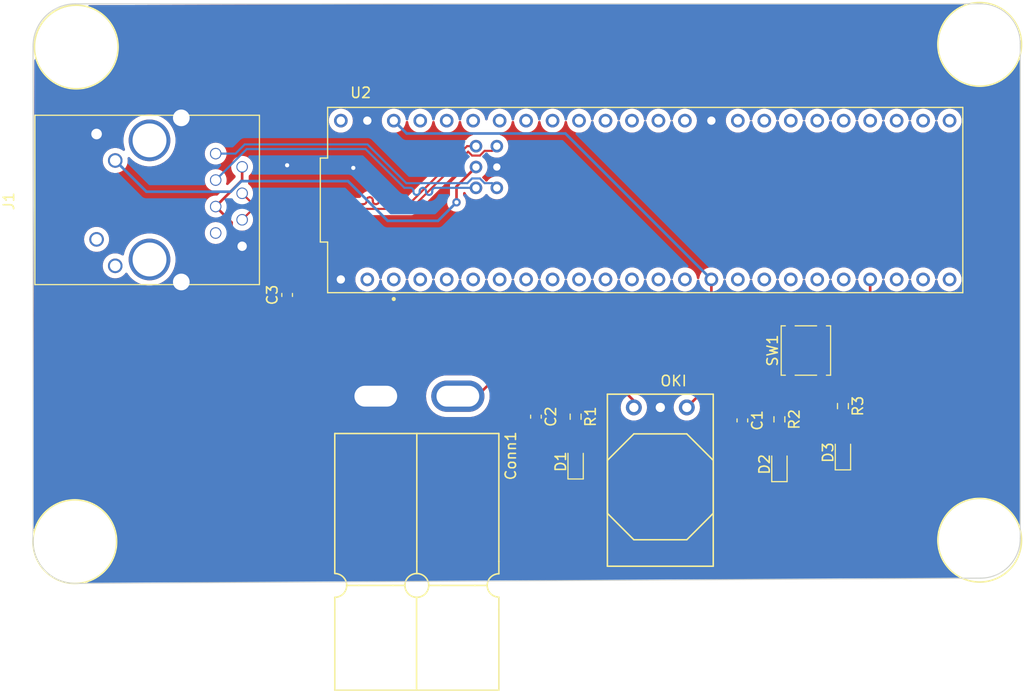
<source format=kicad_pcb>
(kicad_pcb (version 20221018) (generator pcbnew)
  (layers (0 "F.Cu" signal) (31 "B.Cu" signal) (34 "B.Paste" user) (35 "F.Paste" user) (36 "B.SilkS" user "B.Silkscreen") (37 "F.SilkS" user "F.Silkscreen") (38 "B.Mask" user) (39 "F.Mask" user) (44 "Edge.Cuts" user))
  (net 0 "")
  (net 1 "+3V3")
  (net 2 "GND")
  (net 3 "PV")
  (net 4 "Net-(C3-Pad2)")
  (net 5 "Net-(D1-A)")
  (net 6 "Net-(D2-A)")
  (net 7 "Net-(D3-A)")
  (net 9 "Net-(J1-Pad10)")
  (net 11 "/T+")
  (net 12 "/T-")
  (net 14 "/R+")
  (net 15 "/R-")
  (net 16 "Test_Button")
  (footprint "MRDT_Drill_Holes:4_40_Hole_Corner" (layer "F.Cu") (at 168.0097 115.1777 90)
    (fp_text reference "REF**" hide)
    (fp_text value "4_40_Hole" hide)
    (fp_circle (center 4.00812 -4.00812) (end 4.00812 0.00508) (stroke (width 0.15)) (fill none) (layer "F.SilkS"))
    (pad "" np_thru_hole circle (at 4.00812 -4.00812 90) (size 2.9464 2.9464) (drill 2.9464) (layers "F&B.Cu" "*.Mask") (clearance 2.5))
  )
  (footprint "Button_Switch_SMD:SW_SPST_TL3305A" (layer "F.Cu") (at 147.32 92.964 90)
    (fp_text reference "SW1" (at 0 -3.2 90) (layer "F.SilkS"))
    (fp_text value "SW_Push")
    (fp_line (start -2.37 -2.37) (end -2.37 -1.97) (stroke (width 0.12)) (layer "F.SilkS"))
    (fp_line (start -2.37 -2.37) (end 2.37 -2.37) (stroke (width 0.12)) (layer "F.SilkS"))
    (fp_line (start -2.37 1.03) (end -2.37 -1.03) (stroke (width 0.12)) (layer "F.SilkS"))
    (fp_line (start -2.37 2.37) (end -2.37 1.97) (stroke (width 0.12)) (layer "F.SilkS"))
    (fp_line (start -2.37 2.37) (end 2.37 2.37) (stroke (width 0.12)) (layer "F.SilkS"))
    (fp_line (start 2.37 -2.37) (end 2.37 -1.97) (stroke (width 0.12)) (layer "F.SilkS"))
    (fp_line (start 2.37 1.03) (end 2.37 -1.03) (stroke (width 0.12)) (layer "F.SilkS"))
    (fp_line (start 2.37 2.37) (end 2.37 1.97) (stroke (width 0.12)) (layer "F.SilkS"))
    (pad "1" smd rect (at -3.6 -1.5 90) (size 1.6 1.4) (layers "F.Cu" "F.Paste" "F.Mask") (net 1 "+3V3"))
    (pad "1" smd rect (at 3.6 -1.5 90) (size 1.6 1.4) (layers "F.Cu" "F.Paste" "F.Mask") (net 1 "+3V3"))
    (pad "2" smd rect (at -3.6 1.5 90) (size 1.6 1.4) (layers "F.Cu" "F.Paste" "F.Mask") (net 16 "Test_Button"))
    (pad "2" smd rect (at 3.6 1.5 90) (size 1.6 1.4) (layers "F.Cu" "F.Paste" "F.Mask") (net 16 "Test_Button"))
  )
  (footprint "Resistor_SMD:R_0603_1608Metric_Pad0.98x0.95mm_HandSolder" (layer "F.Cu") (at 150.876 98.298 -90)
    (fp_text reference "R3" (at 0 -1.43 90) (layer "F.SilkS"))
    (fp_text value "120")
    (fp_line (start -0.254724 -0.5225) (end 0.254724 -0.5225) (stroke (width 0.12)) (layer "F.SilkS"))
    (fp_line (start -0.254724 0.5225) (end 0.254724 0.5225) (stroke (width 0.12)) (layer "F.SilkS"))
    (pad "1" smd roundrect (at -0.9125 0 270) (size 0.975 0.95) (layers "F.Cu" "F.Paste" "F.Mask") (net 16 "Test_Button"))
    (pad "2" smd roundrect (at 0.9125 0 270) (size 0.975 0.95) (layers "F.Cu" "F.Paste" "F.Mask") (net 7 "Net-(D3-A)"))
  )
  (footprint "MRDT_Connectors:RJ45_Teensy" (layer "F.Cu") (at 71.328 78.636 -90)
    (fp_text reference "J1" (at 0 0.5 90) (layer "F.SilkS"))
    (fp_text value "RJ45_LED_Shielded")
    (fp_line (start -8.25 -23.55) (end 8 -23.55) (stroke (width 0.12)) (layer "F.SilkS"))
    (fp_line (start -8.25 -2) (end -8.25 -23.55) (stroke (width 0.12)) (layer "F.SilkS"))
    (fp_line (start -8.25 -2) (end 8 -2) (stroke (width 0.12)) (layer "F.SilkS"))
    (fp_line (start 8 -2) (end 8 -23.55) (stroke (width 0.12)) (layer "F.SilkS"))
    (pad "1" thru_hole circle (at -4.57 -19.35 270) (size 1.1 1.1) (drill 0.9) (layers "*.Cu" "*.Mask") (net 11 "/T+"))
    (pad "2" thru_hole circle (at -3.3 -21.89 270) (size 1.1 1.1) (drill 0.9) (layers "*.Cu" "*.Mask") (net 4 "Net-(C3-Pad2)"))
    (pad "3" thru_hole circle (at -2.03 -19.35 270) (size 1.1 1.1) (drill 0.9) (layers "*.Cu" "*.Mask") (net 12 "/T-"))
    (pad "4" thru_hole circle (at -0.76 -21.89 270) (size 1.1 1.1) (drill 0.9) (layers "*.Cu" "*.Mask") (net 14 "/R+"))
    (pad "5" thru_hole circle (at 0.51 -19.35 270) (size 1.1 1.1) (drill 0.9) (layers "*.Cu" "*.Mask") (net 4 "Net-(C3-Pad2)"))
    (pad "6" thru_hole circle (at 1.78 -21.89 270) (size 1.1 1.1) (drill 0.9) (layers "*.Cu" "*.Mask") (net 15 "/R-"))
    (pad "7" thru_hole circle (at 3.05 -19.35 270) (size 1.1 1.1) (drill 0.9) (layers "*.Cu" "*.Mask"))
    (pad "8" thru_hole circle (at 4.32 -21.89 270) (size 1.1 1.1) (drill 0.9) (layers "*.Cu" "*.Mask") (net 2 "GND"))
    (pad "9" thru_hole circle (at -6.45 -7.92 270) (size 1.4 1.4) (drill 1.02) (layers "*.Cu" "*.Mask") (net 2 "GND"))
    (pad "10" thru_hole circle (at -3.91 -9.71 270) (size 1.4 1.4) (drill 1.02) (layers "*.Cu" "*.Mask") (net 9 "Net-(J1-Pad10)"))
    (pad "11" thru_hole circle (at 3.66 -7.92 270) (size 1.4 1.4) (drill 1.02) (layers "*.Cu" "*.Mask"))
    (pad "12" thru_hole circle (at 6.2 -9.71 270) (size 1.4 1.4) (drill 1.02) (layers "*.Cu" "*.Mask"))
    (pad "13" thru_hole circle (at -5.84 -13 270) (size 4 4) (drill 3.25) (layers "*.Cu" "*.Mask"))
    (pad "14" thru_hole circle (at 5.59 -13 270) (size 4 4) (drill 3.25) (layers "*.Cu" "*.Mask"))
    (pad "SH" thru_hole circle (at -8 -16.05 270) (size 2 2) (drill 1.6) (layers "*.Cu" "*.Mask") (net 2 "GND"))
    (pad "SH" thru_hole circle (at 7.75 -16.05 270) (size 2 2) (drill 1.6) (layers "*.Cu" "*.Mask") (net 2 "GND"))
  )
  (footprint "Capacitor_SMD:C_0603_1608Metric_Pad1.08x0.95mm_HandSolder" (layer "F.Cu") (at 97.536 87.63 90)
    (fp_text reference "C3" (at 0 -1.43 90) (layer "F.SilkS"))
    (fp_text value "0.1uF")
    (fp_line (start -0.146267 -0.51) (end 0.146267 -0.51) (stroke (width 0.12)) (layer "F.SilkS"))
    (fp_line (start -0.146267 0.51) (end 0.146267 0.51) (stroke (width 0.12)) (layer "F.SilkS"))
    (pad "1" smd roundrect (at -0.8625 0 90) (size 1.075 0.95) (layers "F.Cu" "F.Paste" "F.Mask") (net 2 "GND"))
    (pad "2" smd roundrect (at 0.8625 0 90) (size 1.075 0.95) (layers "F.Cu" "F.Paste" "F.Mask") (net 4 "Net-(C3-Pad2)"))
  )
  (footprint "Resistor_SMD:R_0603_1608Metric_Pad0.98x0.95mm_HandSolder" (layer "F.Cu") (at 144.78 99.568 -90)
    (fp_text reference "R2" (at 0 -1.43 90) (layer "F.SilkS"))
    (fp_text value "120")
    (fp_line (start -0.254724 -0.5225) (end 0.254724 -0.5225) (stroke (width 0.12)) (layer "F.SilkS"))
    (fp_line (start -0.254724 0.5225) (end 0.254724 0.5225) (stroke (width 0.12)) (layer "F.SilkS"))
    (pad "1" smd roundrect (at -0.9125 0 270) (size 0.975 0.95) (layers "F.Cu" "F.Paste" "F.Mask") (net 1 "+3V3"))
    (pad "2" smd roundrect (at 0.9125 0 270) (size 0.975 0.95) (layers "F.Cu" "F.Paste" "F.Mask") (net 6 "Net-(D2-A)"))
  )
  (footprint "Capacitor_SMD:C_0603_1608Metric_Pad1.08x0.95mm_HandSolder" (layer "F.Cu") (at 141.224 99.6685 -90)
    (fp_text reference "C1" (at 0 -1.43 90) (layer "F.SilkS"))
    (fp_text value "10uF")
    (fp_line (start -0.146267 -0.51) (end 0.146267 -0.51) (stroke (width 0.12)) (layer "F.SilkS"))
    (fp_line (start -0.146267 0.51) (end 0.146267 0.51) (stroke (width 0.12)) (layer "F.SilkS"))
    (pad "1" smd roundrect (at -0.8625 0 270) (size 1.075 0.95) (layers "F.Cu" "F.Paste" "F.Mask") (net 1 "+3V3"))
    (pad "2" smd roundrect (at 0.8625 0 270) (size 1.075 0.95) (layers "F.Cu" "F.Paste" "F.Mask") (net 2 "GND"))
  )
  (footprint "LED_SMD:LED_0603_1608Metric_Pad1.05x0.95mm_HandSolder" (layer "F.Cu") (at 125.222 103.632 90)
    (fp_text reference "D1" (at 0 -1.43 90) (layer "F.SilkS"))
    (fp_text value "Green")
    (fp_line (start -1.66 -0.735) (end -1.66 0.735) (stroke (width 0.12)) (layer "F.SilkS"))
    (fp_line (start -1.66 0.735) (end 0.8 0.735) (stroke (width 0.12)) (layer "F.SilkS"))
    (fp_line (start 0.8 -0.735) (end -1.66 -0.735) (stroke (width 0.12)) (layer "F.SilkS"))
    (pad "1" smd roundrect (at -0.875 0 90) (size 1.05 0.95) (layers "F.Cu" "F.Paste" "F.Mask") (net 2 "GND"))
    (pad "2" smd roundrect (at 0.875 0 90) (size 1.05 0.95) (layers "F.Cu" "F.Paste" "F.Mask") (net 5 "Net-(D1-A)"))
  )
  (footprint "Resistor_SMD:R_0603_1608Metric_Pad0.98x0.95mm_HandSolder" (layer "F.Cu") (at 125.222 99.314 -90)
    (fp_text reference "R1" (at 0 -1.43 90) (layer "F.SilkS"))
    (fp_text value "3k")
    (fp_line (start -0.254724 -0.5225) (end 0.254724 -0.5225) (stroke (width 0.12)) (layer "F.SilkS"))
    (fp_line (start -0.254724 0.5225) (end 0.254724 0.5225) (stroke (width 0.12)) (layer "F.SilkS"))
    (pad "1" smd roundrect (at -0.9125 0 270) (size 0.975 0.95) (layers "F.Cu" "F.Paste" "F.Mask") (net 3 "PV"))
    (pad "2" smd roundrect (at 0.9125 0 270) (size 0.975 0.95) (layers "F.Cu" "F.Paste" "F.Mask") (net 5 "Net-(D1-A)"))
  )
  (footprint "LED_SMD:LED_0603_1608Metric_Pad1.05x0.95mm_HandSolder" (layer "F.Cu") (at 144.78 103.886 90)
    (fp_text reference "D2" (at 0 -1.43 90) (layer "F.SilkS"))
    (fp_text value "Green")
    (fp_line (start -1.66 -0.735) (end -1.66 0.735) (stroke (width 0.12)) (layer "F.SilkS"))
    (fp_line (start -1.66 0.735) (end 0.8 0.735) (stroke (width 0.12)) (layer "F.SilkS"))
    (fp_line (start 0.8 -0.735) (end -1.66 -0.735) (stroke (width 0.12)) (layer "F.SilkS"))
    (pad "1" smd roundrect (at -0.875 0 90) (size 1.05 0.95) (layers "F.Cu" "F.Paste" "F.Mask") (net 2 "GND"))
    (pad "2" smd roundrect (at 0.875 0 90) (size 1.05 0.95) (layers "F.Cu" "F.Paste" "F.Mask") (net 6 "Net-(D2-A)"))
  )
  (footprint "MRDT_Shields:Teensy_4_1_Ethernet" (layer "F.Cu") (at 131.9 78.522)
    (fp_text reference "U2" (at -27.305 -10.295) (layer "F.SilkS"))
    (fp_text value "Teensy4.1_DEV-16771")
    (fp_line (start -31.18 4.03) (end -31.18 -4.03) (stroke (width 0.127)) (layer "F.SilkS"))
    (fp_line (start -30.48 -8.89) (end -30.48 -4.03) (stroke (width 0.127)) (layer "F.SilkS"))
    (fp_line (start -30.48 -8.89) (end 30.48 -8.89) (stroke (width 0.127)) (layer "F.SilkS"))
    (fp_line (start -30.48 -4.03) (end -31.18 -4.03) (stroke (width 0.127)) (layer "F.SilkS"))
    (fp_line (start -30.48 4.03) (end -31.18 4.03) (stroke (width 0.127)) (layer "F.SilkS"))
    (fp_line (start -30.48 8.89) (end -30.48 4.03) (stroke (width 0.127)) (layer "F.SilkS"))
    (fp_line (start 30.48 -8.89) (end 30.48 8.89) (stroke (width 0.127)) (layer "F.SilkS"))
    (fp_line (start 30.48 8.89) (end -30.48 8.89) (stroke (width 0.127)) (layer "F.SilkS"))
    (fp_circle (center -24.13 9.5) (end -24.03 9.5) (stroke (width 0.2)) (fill none) (layer "F.SilkS"))
    (pad "0" thru_hole circle (at -26.67 7.62) (size 1.308 1.308) (drill 0.8) (layers "*.Cu" "*.Mask"))
    (pad "1" thru_hole circle (at -24.13 7.62) (size 1.308 1.308) (drill 0.8) (layers "*.Cu" "*.Mask"))
    (pad "2" thru_hole circle (at -21.59 7.62) (size 1.308 1.308) (drill 0.8) (layers "*.Cu" "*.Mask"))
    (pad "3" thru_hole circle (at -19.05 7.62) (size 1.308 1.308) (drill 0.8) (layers "*.Cu" "*.Mask"))
    (pad "3.3V_1" thru_hole circle (at 6.35 7.62) (size 1.308 1.308) (drill 0.8) (layers "*.Cu" "*.Mask") (net 1 "+3V3"))
    (pad "3.3V_2" thru_hole circle (at -24.13 -7.62) (size 1.308 1.308) (drill 0.8) (layers "*.Cu" "*.Mask") (net 1 "+3V3"))
    (pad "4" thru_hole circle (at -16.51 7.62) (size 1.308 1.308) (drill 0.8) (layers "*.Cu" "*.Mask"))
    (pad "5" thru_hole circle (at -13.97 7.62) (size 1.308 1.308) (drill 0.8) (layers "*.Cu" "*.Mask"))
    (pad "6" thru_hole circle (at -11.43 7.62) (size 1.308 1.308) (drill 0.8) (layers "*.Cu" "*.Mask"))
    (pad "7" thru_hole circle (at -8.89 7.62) (size 1.308 1.308) (drill 0.8) (layers "*.Cu" "*.Mask"))
    (pad "8" thru_hole circle (at -6.35 7.62) (size 1.308 1.308) (drill 0.8) (layers "*.Cu" "*.Mask"))
    (pad "9" thru_hole circle (at -3.81 7.62) (size 1.308 1.308) (drill 0.8) (layers "*.Cu" "*.Mask"))
    (pad "10" thru_hole circle (at -1.27 7.62) (size 1.308 1.308) (drill 0.8) (layers "*.Cu" "*.Mask"))
    (pad "11" thru_hole circle (at 1.27 7.62) (size 1.308 1.308) (drill 0.8) (layers "*.Cu" "*.Mask"))
    (pad "12" thru_hole circle (at 3.81 7.62) (size 1.308 1.308) (drill 0.8) (layers "*.Cu" "*.Mask"))
    (pad "13" thru_hole circle (at 3.81 -7.62) (size 1.308 1.308) (drill 0.8) (layers "*.Cu" "*.Mask"))
    (pad "14" thru_hole circle (at 1.27 -7.62) (size 1.308 1.308) (drill 0.8) (layers "*.Cu" "*.Mask"))
    (pad "15" thru_hole circle (at -1.27 -7.62) (size 1.308 1.308) (drill 0.8) (layers "*.Cu" "*.Mask"))
    (pad "16" thru_hole circle (at -3.81 -7.62) (size 1.308 1.308) (drill 0.8) (layers "*.Cu" "*.Mask"))
    (pad "17" thru_hole circle (at -6.35 -7.62) (size 1.308 1.308) (drill 0.8) (layers "*.Cu" "*.Mask"))
    (pad "18" thru_hole circle (at -8.89 -7.62) (size 1.308 1.308) (drill 0.8) (layers "*.Cu" "*.Mask"))
    (pad "19" thru_hole circle (at -11.43 -7.62) (size 1.308 1.308) (drill 0.8) (layers "*.Cu" "*.Mask"))
    (pad "20" thru_hole circle (at -13.97 -7.62) (size 1.308 1.308) (drill 0.8) (layers "*.Cu" "*.Mask"))
    (pad "21" thru_hole circle (at -16.51 -7.62) (size 1.308 1.308) (drill 0.8) (layers "*.Cu" "*.Mask"))
    (pad "22" thru_hole circle (at -19.05 -7.62) (size 1.308 1.308) (drill 0.8) (layers "*.Cu" "*.Mask"))
    (pad "23" thru_hole circle (at -21.59 -7.62) (size 1.308 1.308) (drill 0.8) (layers "*.Cu" "*.Mask"))
    (pad "24" thru_hole circle (at 8.89 7.62) (size 1.308 1.308) (drill 0.8) (layers "*.Cu" "*.Mask"))
    (pad "25" thru_hole circle (at 11.43 7.62) (size 1.308 1.308) (drill 0.8) (layers "*.Cu" "*.Mask"))
    (pad "26" thru_hole circle (at 13.97 7.62) (size 1.308 1.308) (drill 0.8) (layers "*.Cu" "*.Mask"))
    (pad "27" thru_hole circle (at 16.51 7.62) (size 1.308 1.308) (drill 0.8) (layers "*.Cu" "*.Mask"))
    (pad "28" thru_hole circle (at 19.05 7.62) (size 1.308 1.308) (drill 0.8) (layers "*.Cu" "*.Mask"))
    (pad "29" thru_hole circle (at 21.59 7.62) (size 1.308 1.308) (drill 0.8) (layers "*.Cu" "*.Mask") (net 16 "Test_Button"))
    (pad "30" thru_hole circle (at 24.13 7.62) (size 1.308 1.308) (drill 0.8) (layers "*.Cu" "*.Mask"))
    (pad "31" thru_hole circle (at 26.67 7.62) (size 1.308 1.308) (drill 0.8) (layers "*.Cu" "*.Mask"))
    (pad "32" thru_hole circle (at 29.21 7.62) (size 1.308 1.308) (drill 0.8) (layers "*.Cu" "*.Mask"))
    (pad "33" thru_hole circle (at 29.21 -7.62) (size 1.308 1.308) (drill 0.8) (layers "*.Cu" "*.Mask"))
    (pad "34" thru_hole circle (at 26.67 -7.62) (size 1.308 1.308) (drill 0.8) (layers "*.Cu" "*.Mask"))
    (pad "35" thru_hole circle (at 24.13 -7.62) (size 1.308 1.308) (drill 0.8) (layers "*.Cu" "*.Mask"))
    (pad "36" thru_hole circle (at 21.59 -7.62) (size 1.308 1.308) (drill 0.8) (layers "*.Cu" "*.Mask"))
    (pad "37" thru_hole circle (at 19.05 -7.62) (size 1.308 1.308) (drill 0.8) (layers "*.Cu" "*.Mask"))
    (pad "38" thru_hole circle (at 16.51 -7.62) (size 1.308 1.308) (drill 0.8) (layers "*.Cu" "*.Mask"))
    (pad "39" thru_hole circle (at 13.97 -7.62) (size 1.308 1.308) (drill 0.8) (layers "*.Cu" "*.Mask"))
    (pad "40" thru_hole circle (at 11.43 -7.62) (size 1.308 1.308) (drill 0.8) (layers "*.Cu" "*.Mask"))
    (pad "41" thru_hole circle (at 8.89 -7.62) (size 1.308 1.308) (drill 0.8) (layers "*.Cu" "*.Mask"))
    (pad "GND1" thru_hole circle (at -29.21 7.62) (size 1.308 1.308) (drill 0.8) (layers "*.Cu" "*.Mask") (net 2 "GND"))
    (pad "GND2" thru_hole circle (at 6.35 -7.62) (size 1.308 1.308) (drill 0.8) (layers "*.Cu" "*.Mask") (net 2 "GND"))
    (pad "GND3" thru_hole circle (at -26.67 -7.62) (size 1.308 1.308) (drill 0.8) (layers "*.Cu" "*.Mask") (net 2 "GND"))
    (pad "GND5" thru_hole circle (at -14.24 -3.17) (size 1.208 1.208) (drill 0.7) (layers "*.Cu" "*.Mask") (net 2 "GND"))
    (pad "LED" thru_hole circle (at -16.24 -3.17) (size 1.208 1.208) (drill 0.7) (layers "*.Cu" "*.Mask") (net 9 "Net-(J1-Pad10)"))
    (pad "R+" thru_hole circle (at -16.24 -5.17) (size 1.208 1.208) (drill 0.7) (layers "*.Cu" "*.Mask") (net 14 "/R+"))
    (pad "R-" thru_hole circle (at -14.24 -5.17) (size 1.208 1.208) (drill 0.7) (layers "*.Cu" "*.Mask") (net 15 "/R-"))
    (pad "T+" thru_hole circle (at -14.24 -1.17) (size 1.208 1.208) (drill 0.7) (layers "*.Cu" "*.Mask") (net 11 "/T+"))
    (pad "T-" thru_hole circle (at -16.24 -1.17) (size 1.208 1.208) (drill 0.7) (layers "*.Cu" "*.Mask") (net 12 "/T-"))
    (pad "VIN" thru_hole circle (at -29.21 -7.62) (size 1.308 1.308) (drill 0.8) (layers "*.Cu" "*.Mask"))
  )
  (footprint "MRDT_Drill_Holes:4_40_Hole_Corner" (layer "F.Cu") (at 168.0097 59.5743 180)
    (fp_text reference "REF**" hide)
    (fp_text value "4_40_Hole" hide)
    (fp_circle (center 4.00812 -4.00812) (end 4.00812 0.00508) (stroke (width 0.15)) (fill none) (layer "F.SilkS"))
    (pad "" np_thru_hole circle (at 4.00812 -4.00812 180) (size 2.9464 2.9464) (drill 2.9464) (layers "F&B.Cu" "*.Mask") (clearance 2.5))
  )
  (footprint "MRDT_Devices:OKI_Horizontal" (layer "F.Cu") (at 130.81 98.425)
    (fp_text reference "U1" hide)
    (fp_text value "OKI" (at 3.81 -2.54) (layer "F.SilkS"))
    (fp_line (start -2.54 -1.27) (end 7.62 -1.27) (stroke (width 0.15)) (layer "F.SilkS"))
    (fp_line (start -2.54 5.08) (end 0 2.54) (stroke (width 0.15)) (layer "F.SilkS"))
    (fp_line (start -2.54 10.16) (end -2.54 5.08) (stroke (width 0.15)) (layer "F.SilkS"))
    (fp_line (start -2.54 15.24) (end -2.54 -1.27) (stroke (width 0.15)) (layer "F.SilkS"))
    (fp_line (start -2.54 15.24) (end 7.62 15.24) (stroke (width 0.15)) (layer "F.SilkS"))
    (fp_line (start 0 2.54) (end 5.08 2.54) (stroke (width 0.15)) (layer "F.SilkS"))
    (fp_line (start 0 12.7) (end -2.54 10.16) (stroke (width 0.15)) (layer "F.SilkS"))
    (fp_line (start 5.08 2.54) (end 7.62 5.08) (stroke (width 0.15)) (layer "F.SilkS"))
    (fp_line (start 5.08 12.7) (end 0 12.7) (stroke (width 0.15)) (layer "F.SilkS"))
    (fp_line (start 7.62 -1.27) (end 7.62 15.24) (stroke (width 0.15)) (layer "F.SilkS"))
    (fp_line (start 7.62 5.08) (end 7.62 10.16) (stroke (width 0.15)) (layer "F.SilkS"))
    (fp_line (start 7.62 10.16) (end 5.08 12.7) (stroke (width 0.15)) (layer "F.SilkS"))
    (pad "1" thru_hole circle (at 0 0) (size 1.524 1.524) (drill 0.889) (layers "*.Cu" "*.Mask") (net 3 "PV"))
    (pad "2" thru_hole circle (at 2.54 0) (size 1.524 1.524) (drill 0.889) (layers "*.Cu" "*.Mask") (net 2 "GND"))
    (pad "3" thru_hole circle (at 5.08 0) (size 1.524 1.524) (drill 0.889) (layers "*.Cu" "*.Mask") (net 1 "+3V3"))
  )
  (footprint "Capacitor_SMD:C_0603_1608Metric_Pad1.08x0.95mm_HandSolder" (layer "F.Cu") (at 121.412 99.314 -90)
    (fp_text reference "C2" (at 0 -1.43 90) (layer "F.SilkS"))
    (fp_text value "10uF")
    (fp_line (start -0.146267 -0.51) (end 0.146267 -0.51) (stroke (width 0.12)) (layer "F.SilkS"))
    (fp_line (start -0.146267 0.51) (end 0.146267 0.51) (stroke (width 0.12)) (layer "F.SilkS"))
    (pad "1" smd roundrect (at -0.8625 0 270) (size 1.075 0.95) (layers "F.Cu" "F.Paste" "F.Mask") (net 3 "PV"))
    (pad "2" smd roundrect (at 0.8625 0 270) (size 1.075 0.95) (layers "F.Cu" "F.Paste" "F.Mask") (net 2 "GND"))
  )
  (footprint "MRDT_Connectors:Square_Anderson_2_H_Side_By_Side_PV" (layer "F.Cu") (at 105.745 97.2222 90)
    (fp_text reference "Conn1" (at -5.85 13.25 90) (layer "F.SilkS"))
    (fp_text value "AndersonPP")
    (fp_line (start -28.344 -3.637) (end -28.344 12.111) (stroke (width 0.15)) (layer "F.SilkS"))
    (fp_line (start -28.3186 -3.637) (end -20.5716 -3.637) (stroke (width 0.15)) (layer "F.SilkS"))
    (fp_line (start -28.3186 4.2116) (end -19.4286 4.2116) (stroke (width 0.15)) (layer "F.SilkS"))
    (fp_line (start -20.597 12.111) (end -19.4286 12.111) (stroke (width 0.15)) (layer "F.SilkS"))
    (fp_line (start -20.5716 12.111) (end -28.3186 12.111) (stroke (width 0.15)) (layer "F.SilkS"))
    (fp_line (start -19.4286 -3.637) (end -20.6478 -3.637) (stroke (width 0.15)) (layer "F.SilkS"))
    (fp_line (start -18.2856 -2.494) (end -18.2856 -1.3256) (stroke (width 0.15)) (layer "F.SilkS"))
    (fp_line (start -18.2856 1.951) (end -18.2856 -1.3256) (stroke (width 0.15)) (layer "F.SilkS"))
    (fp_line (start -18.2856 1.951) (end -18.2856 3.094) (stroke (width 0.15)) (layer "F.SilkS"))
    (fp_line (start -18.2856 6.523) (end -18.2856 5.38) (stroke (width 0.15)) (layer "F.SilkS"))
    (fp_line (start -18.2856 6.523) (end -18.2856 9.825) (stroke (width 0.15)) (layer "F.SilkS"))
    (fp_line (start -18.2856 9.7996) (end -18.2856 10.968) (stroke (width 0.15)) (layer "F.SilkS"))
    (fp_line (start -16.025 -3.637) (end -17.1172 -3.637) (stroke (width 0.15)) (layer "F.SilkS"))
    (fp_line (start -15.9996 -3.637) (end -3.706 -3.637) (stroke (width 0.15)) (layer "F.SilkS"))
    (fp_line (start -15.9996 4.237) (end -17.1426 4.237) (stroke (width 0.15)) (layer "F.SilkS"))
    (fp_line (start -15.9996 4.237) (end -3.706 4.237) (stroke (width 0.15)) (layer "F.SilkS"))
    (fp_line (start -15.9996 12.111) (end -3.706 12.111) (stroke (width 0.15)) (layer "F.SilkS"))
    (fp_line (start -15.9742 12.111) (end -17.168 12.111) (stroke (width 0.15)) (layer "F.SilkS"))
    (fp_line (start -3.706 -3.637) (end -3.706 12.111) (stroke (width 0.15)) (layer "F.SilkS"))
    (fp_arc (start -19.4032 12.111) (mid -19.075863 11.320737) (end -18.2856 10.9934) (stroke (width 0.15)) (layer "F.SilkS"))
    (fp_arc (start -18.2856 -2.494) (mid -19.093823 -2.828777) (end -19.4286 -3.637) (stroke (width 0.15)) (layer "F.SilkS"))
    (fp_arc (start -18.2856 10.9934) (mid -17.495337 11.320737) (end -17.168 12.111) (stroke (width 0.15)) (layer "F.SilkS"))
    (fp_arc (start -17.1426 -3.637) (mid -17.477377 -2.828777) (end -18.2856 -2.494) (stroke (width 0.15)) (layer "F.SilkS"))
    (fp_circle (center -18.2856 4.237) (end -18.2856 5.38) (stroke (width 0.15)) (fill none) (layer "F.SilkS"))
    (pad "1" thru_hole oval (at -0.1246 0.3 90) (size 3 5.1) (drill oval 2 4.1) (layers "*.Cu" "*.Mask") (net 2 "GND"))
    (pad "4" thru_hole oval (at -0.1246 8.174 90) (size 3 5.1) (drill oval 2 4.1) (layers "*.Cu" "*.Mask") (net 3 "PV"))
  )
  (footprint "MRDT_Drill_Holes:4_40_Hole_Corner" (layer "F.Cu") (at 73.152 115.316)
    (fp_text reference "REF**" hide)
    (fp_text value "4_40_Hole" hide)
    (fp_circle (center 4.00812 -4.00812) (end 4.00812 0.00508) (stroke (width 0.15)) (fill none) (layer "F.SilkS"))
    (pad "" np_thru_hole circle (at 4.00812 -4.00812) (size 2.9464 2.9464) (drill 2.9464) (layers "*.Cu" "*.Mask") (clearance 2.5))
  )
  (footprint "MRDT_Drill_Holes:4_40_Hole_Corner" (layer "F.Cu") (at 73.2903 59.8283 -90)
    (fp_text reference "REF**" hide)
    (fp_text value "4_40_Hole" hide)
    (fp_circle (center 4.00812 -4.00812) (end 4.00812 0.00508) (stroke (width 0.15)) (fill none) (layer "F.SilkS"))
    (pad "" np_thru_hole circle (at 4.00812 -4.00812 270) (size 2.9464 2.9464) (drill 2.9464) (layers "F&B.Cu" "*.Mask") (clearance 2.5))
  )
  (footprint "LED_SMD:LED_0603_1608Metric_Pad1.05x0.95mm_HandSolder" (layer "F.Cu") (at 150.876 102.757 90)
    (fp_text reference "D3" (at 0 -1.43 90) (layer "F.SilkS"))
    (fp_text value "Green")
    (fp_line (start -1.66 -0.735) (end -1.66 0.735) (stroke (width 0.12)) (layer "F.SilkS"))
    (fp_line (start -1.66 0.735) (end 0.8 0.735) (stroke (width 0.12)) (layer "F.SilkS"))
    (fp_line (start 0.8 -0.735) (end -1.66 -0.735) (stroke (width 0.12)) (layer "F.SilkS"))
    (pad "1" smd roundrect (at -0.875 0 90) (size 1.05 0.95) (layers "F.Cu" "F.Paste" "F.Mask") (net 2 "GND"))
    (pad "2" smd roundrect (at 0.875 0 90) (size 1.05 0.95) (layers "F.Cu" "F.Paste" "F.Mask") (net 7 "Net-(D3-A)"))
  )
  (gr_arc (start 73.152 63.754) (mid 74.342318 60.880318) (end 77.216 59.69) (stroke (width 0.1)) (layer "Edge.Cuts"))
  (gr_line (start 73.152 63.754) (end 73.152 111.252) (stroke (width 0.1)) (layer "Edge.Cuts"))
  (gr_arc (start 77.216 115.316) (mid 74.342318 114.125682) (end 73.152 111.252) (stroke (width 0.1)) (layer "Edge.Cuts"))
  (gr_line (start 77.216 115.316) (end 164.084 114.808) (stroke (width 0.1)) (layer "Edge.Cuts"))
  (gr_line (start 164.084 59.69) (end 77.216 59.69) (stroke (width 0.1)) (layer "Edge.Cuts"))
  (gr_arc (start 164.084 59.69) (mid 166.778077 60.805923) (end 167.894 63.5) (stroke (width 0.1)) (layer "Edge.Cuts"))
  (gr_arc (start 167.894 110.998) (mid 166.778077 113.692077) (end 164.084 114.808) (stroke (width 0.1)) (layer "Edge.Cuts"))
  (gr_line (start 167.894 110.998) (end 167.894 63.5) (stroke (width 0.1)) (layer "Edge.Cuts"))
  (segment (start 139.192 96.774) (end 138.938 96.774) (width 0.254) (layer "F.Cu") (net 1))
  (segment (start 145.82 89.364) (end 145.82 92.432) (width 0.254) (layer "F.Cu") (net 1))
  (segment (start 141.478 96.774) (end 142.494 96.774) (width 0.254) (layer "F.Cu") (net 1))
  (segment (start 138.938 96.774) (end 140.208 96.774) (width 0.254) (layer "F.Cu") (net 1))
  (segment (start 142.704 96.564) (end 142.494 96.774) (width 0.254) (layer "F.Cu") (net 1))
  (segment (start 138.25 86.142) (end 138.25 94.816) (width 0.254) (layer "F.Cu") (net 1))
  (segment (start 135.89 98.425) (end 137.541 96.774) (width 0.254) (layer "F.Cu") (net 1))
  (segment (start 141.224 98.806) (end 139.192 96.774) (width 0.254) (layer "F.Cu") (net 1))
  (segment (start 138.25 94.816) (end 140.208 96.774) (width 0.254) (layer "F.Cu") (net 1))
  (segment (start 145.82 96.564) (end 142.704 96.564) (width 0.254) (layer "F.Cu") (net 1))
  (segment (start 145.82 92.432) (end 141.478 96.774) (width 0.254) (layer "F.Cu") (net 1))
  (segment (start 142.8985 96.774) (end 144.78 98.6555) (width 0.254) (layer "F.Cu") (net 1))
  (segment (start 140.208 96.774) (end 141.478 96.774) (width 0.254) (layer "F.Cu") (net 1))
  (segment (start 142.494 96.774) (end 142.8985 96.774) (width 0.254) (layer "F.Cu") (net 1))
  (segment (start 137.541 96.774) (end 138.938 96.774) (width 0.254) (layer "F.Cu") (net 1))
  (segment (start 138.25 86.142) (end 124.244 72.136) (width 0.254) (layer "B.Cu") (net 1))
  (segment (start 109.004 72.136) (end 107.77 70.902) (width 0.254) (layer "B.Cu") (net 1))
  (segment (start 124.244 72.136) (end 109.004 72.136) (width 0.254) (layer "B.Cu") (net 1))
  (via (at 97.536 75.184) (size 0.8) (drill 0.4) (layers "F.Cu" "B.Cu") (net 2))
  (via (at 103.886 75.438) (size 0.8) (drill 0.4) (layers "F.Cu" "B.Cu") (net 2))
  (segment (start 130.81 97.79) (end 130.81 98.425) (width 0.254) (layer "F.Cu") (net 3))
  (segment (start 113.919 97.3468) (end 115.7592 97.3468) (width 0.254) (layer "F.Cu") (net 3))
  (segment (start 121.412 98.4515) (end 121.412 97.282) (width 0.254) (layer "F.Cu") (net 3))
  (segment (start 117.094 96.012) (end 120.142 96.012) (width 0.254) (layer "F.Cu") (net 3))
  (segment (start 115.7592 97.3468) (end 117.094 96.012) (width 0.254) (layer "F.Cu") (net 3))
  (segment (start 123.698 96.012) (end 129.032 96.012) (width 0.254) (layer "F.Cu") (net 3))
  (segment (start 129.032 96.012) (end 130.81 97.79) (width 0.254) (layer "F.Cu") (net 3))
  (segment (start 121.412 97.282) (end 120.142 96.012) (width 0.254) (layer "F.Cu") (net 3))
  (segment (start 125.222 97.536) (end 123.698 96.012) (width 0.254) (layer "F.Cu") (net 3))
  (segment (start 120.142 96.012) (end 123.698 96.012) (width 0.254) (layer "F.Cu") (net 3))
  (segment (start 125.222 98.4015) (end 125.222 97.536) (width 0.254) (layer "F.Cu") (net 3))
  (segment (start 92.202 83.312) (end 95.6575 86.7675) (width 0.254) (layer "F.Cu") (net 4))
  (segment (start 92.202 80.67) (end 92.202 83.312) (width 0.254) (layer "F.Cu") (net 4))
  (segment (start 95.6575 86.7675) (end 97.536 86.7675) (width 0.254) (layer "F.Cu") (net 4))
  (segment (start 90.678 79.146) (end 92.202 80.67) (width 0.254) (layer "F.Cu") (net 4))
  (segment (start 93.218 75.336) (end 93.218 76.606) (width 0.254) (layer "F.Cu") (net 4))
  (segment (start 93.218 76.606) (end 90.678 79.146) (width 0.254) (layer "F.Cu") (net 4))
  (segment (start 125.222 100.2265) (end 125.222 102.757) (width 0.254) (layer "F.Cu") (net 5))
  (segment (start 144.78 100.4805) (end 144.78 103.011) (width 0.254) (layer "F.Cu") (net 6))
  (segment (start 150.876 101.882) (end 150.876 99.2105) (width 0.254) (layer "F.Cu") (net 7))
  (segment (start 113.792 78.74) (end 113.792 77.22) (width 0.254) (layer "F.Cu") (net 9))
  (segment (start 113.792 77.22) (end 115.66 75.352) (width 0.254) (layer "F.Cu") (net 9))
  (via (at 113.792 78.74) (size 0.8) (drill 0.4) (layers "F.Cu" "B.Cu") (net 9))
  (segment (start 93.218 76.708) (end 98.552 76.708) (width 0.254) (layer "B.Cu") (net 9))
  (segment (start 106.934 80.264) (end 107.188 80.518) (width 0.254) (layer "B.Cu") (net 9))
  (segment (start 107.188 80.518) (end 112.014 80.518) (width 0.254) (layer "B.Cu") (net 9))
  (segment (start 112.014 80.518) (end 113.792 78.74) (width 0.254) (layer "B.Cu") (net 9))
  (segment (start 93.145734 76.708) (end 93.218 76.708) (width 0.254) (layer "B.Cu") (net 9))
  (segment (start 88.9 77.724) (end 92.129734 77.724) (width 0.254) (layer "B.Cu") (net 9))
  (segment (start 84.036 77.724) (end 88.9 77.724) (width 0.254) (layer "B.Cu") (net 9))
  (segment (start 103.378 76.708) (end 106.934 80.264) (width 0.254) (layer "B.Cu") (net 9))
  (segment (start 98.552 76.708) (end 103.378 76.708) (width 0.254) (layer "B.Cu") (net 9))
  (segment (start 81.038 74.726) (end 84.036 77.724) (width 0.254) (layer "B.Cu") (net 9))
  (segment (start 92.129734 77.724) (end 93.145734 76.708) (width 0.254) (layer "B.Cu") (net 9))
  (segment (start 93.466603 73.181) (end 105.2492 73.181) (width 0.2) (layer "B.Cu") (net 11))
  (segment (start 114.83155 76.902) (end 115.28555 76.448) (width 0.2) (layer "B.Cu") (net 11))
  (segment (start 105.2492 73.181) (end 108.9702 76.902) (width 0.2) (layer "B.Cu") (net 11))
  (segment (start 116.03445 76.448) (end 116.48845 76.902) (width 0.2) (layer "B.Cu") (net 11))
  (segment (start 90.678 74.066) (end 92.581603 74.066) (width 0.2) (layer "B.Cu") (net 11))
  (segment (start 108.9702 76.902) (end 114.83155 76.902) (width 0.2) (layer "B.Cu") (net 11))
  (segment (start 117.21 76.902) (end 117.66 77.352) (width 0.2) (layer "B.Cu") (net 11))
  (segment (start 115.28555 76.448) (end 116.03445 76.448) (width 0.2) (layer "B.Cu") (net 11))
  (segment (start 92.581603 74.066) (end 93.466603 73.181) (width 0.2) (layer "B.Cu") (net 11))
  (segment (start 116.48845 76.902) (end 117.21 76.902) (width 0.2) (layer "B.Cu") (net 11))
  (segment (start 108.7838 77.352) (end 105.0628 73.631) (width 0.2) (layer "B.Cu") (net 12))
  (segment (start 109.66 77.733732) (end 109.66 77.652) (width 0.2) (layer "B.Cu") (net 12))
  (segment (start 115.66 77.352) (end 111.76 77.352) (width 0.2) (layer "B.Cu") (net 12))
  (segment (start 110.26 77.652) (end 110.26 77.733732) (width 0.2) (layer "B.Cu") (net 12))
  (segment (start 93.653 73.631) (end 90.678 76.606) (width 0.2) (layer "B.Cu") (net 12))
  (segment (start 105.0628 73.631) (end 93.653 73.631) (width 0.2) (layer "B.Cu") (net 12))
  (segment (start 109.36 77.352) (end 108.7838 77.352) (width 0.2) (layer "B.Cu") (net 12))
  (segment (start 111.46 77.652) (end 111.46 77.733732) (width 0.2) (layer "B.Cu") (net 12))
  (segment (start 110.86 77.733732) (end 110.86 77.652) (width 0.2) (layer "B.Cu") (net 12))
  (arc (start 111.46 77.733732) (mid 111.372132 77.945864) (end 111.16 78.033732) (width 0.2) (layer "B.Cu") (net 12))
  (arc (start 110.56 77.352) (mid 110.347868 77.439868) (end 110.26 77.652) (width 0.2) (layer "B.Cu") (net 12))
  (arc (start 111.76 77.352) (mid 111.547868 77.439868) (end 111.46 77.652) (width 0.2) (layer "B.Cu") (net 12))
  (arc (start 110.86 77.652) (mid 110.772132 77.439868) (end 110.56 77.352) (width 0.2) (layer "B.Cu") (net 12))
  (arc (start 109.66 77.652) (mid 109.572132 77.439868) (end 109.36 77.352) (width 0.2) (layer "B.Cu") (net 12))
  (arc (start 111.16 78.033732) (mid 110.947868 77.945864) (end 110.86 77.733732) (width 0.2) (layer "B.Cu") (net 12))
  (arc (start 110.26 77.733732) (mid 110.172132 77.945864) (end 109.96 78.033732) (width 0.2) (layer "B.Cu") (net 12))
  (arc (start 109.96 78.033732) (mid 109.747868 77.945864) (end 109.66 77.733732) (width 0.2) (layer "B.Cu") (net 12))
  (segment (start 106.958 78.620999) (end 106.958 78.546933) (width 0.2) (layer "F.Cu") (net 14))
  (segment (start 108.158 78.620999) (end 108.158 78.546933) (width 0.2) (layer "F.Cu") (net 14))
  (segment (start 104.514904 78.920999) (end 94.262999 78.920999) (width 0.2) (layer "F.Cu") (net 14))
  (segment (start 105.758 78.620999) (end 105.758 78.546942) (width 0.2) (layer "F.Cu") (net 14))
  (segment (start 109.228801 78.920999) (end 108.458 78.920999) (width 0.2) (layer "F.Cu") (net 14))
  (segment (start 114.7978 73.352) (end 109.228801 78.920999) (width 0.2) (layer "F.Cu") (net 14))
  (segment (start 115.66 73.352) (end 114.7978 73.352) (width 0.2) (layer "F.Cu") (net 14))
  (segment (start 106.358 78.546933) (end 106.358 78.620999) (width 0.2) (layer "F.Cu") (net 14))
  (segment (start 107.558 78.546933) (end 107.558 78.620999) (width 0.2) (layer "F.Cu") (net 14))
  (segment (start 105.158 78.546942) (end 105.158 78.620999) (width 0.2) (layer "F.Cu") (net 14))
  (segment (start 94.262999 78.920999) (end 93.218 77.876) (width 0.2) (layer "F.Cu") (net 14))
  (segment (start 104.858 78.920999) (end 104.514904 78.920999) (width 0.2) (layer "F.Cu") (net 14))
  (arc (start 105.458 78.246942) (mid 105.245868 78.33481) (end 105.158 78.546942) (width 0.2) (layer "F.Cu") (net 14))
  (arc (start 106.058 78.920999) (mid 105.845868 78.833131) (end 105.758 78.620999) (width 0.2) (layer "F.Cu") (net 14))
  (arc (start 106.958 78.546933) (mid 106.870132 78.334801) (end 106.658 78.246933) (width 0.2) (layer "F.Cu") (net 14))
  (arc (start 108.458 78.920999) (mid 108.245868 78.833131) (end 108.158 78.620999) (width 0.2) (layer "F.Cu") (net 14))
  (arc (start 105.158 78.620999) (mid 105.070132 78.833131) (end 104.858 78.920999) (width 0.2) (layer "F.Cu") (net 14))
  (arc (start 106.358 78.620999) (mid 106.270132 78.833131) (end 106.058 78.920999) (width 0.2) (layer "F.Cu") (net 14))
  (arc (start 106.658 78.246933) (mid 106.445868 78.334801) (end 106.358 78.546933) (width 0.2) (layer "F.Cu") (net 14))
  (arc (start 105.758 78.546942) (mid 105.670132 78.33481) (end 105.458 78.246942) (width 0.2) (layer "F.Cu") (net 14))
  (arc (start 107.258 78.920999) (mid 107.045868 78.833131) (end 106.958 78.620999) (width 0.2) (layer "F.Cu") (net 14))
  (arc (start 108.158 78.546933) (mid 108.070132 78.334801) (end 107.858 78.246933) (width 0.2) (layer "F.Cu") (net 14))
  (arc (start 107.558 78.620999) (mid 107.470132 78.833131) (end 107.258 78.920999) (width 0.2) (layer "F.Cu") (net 14))
  (arc (start 107.858 78.246933) (mid 107.645868 78.334801) (end 107.558 78.546933) (width 0.2) (layer "F.Cu") (net 14))
  (segment (start 115.28555 74.256) (end 116.03445 74.256) (width 0.2) (layer "F.Cu") (net 15))
  (segment (start 94.262999 79.371001) (end 109.415199 79.371001) (width 0.2) (layer "F.Cu") (net 15))
  (segment (start 117.21 73.802) (end 117.66 73.352) (width 0.2) (layer "F.Cu") (net 15))
  (segment (start 116.48845 73.802) (end 117.21 73.802) (width 0.2) (layer "F.Cu") (net 15))
  (segment (start 116.03445 74.256) (end 116.48845 73.802) (width 0.2) (layer "F.Cu") (net 15))
  (segment (start 93.218 80.416) (end 94.262999 79.371001) (width 0.2) (layer "F.Cu") (net 15))
  (segment (start 114.907875 73.878325) (end 115.28555 74.256) (width 0.2) (layer "F.Cu") (net 15))
  (segment (start 109.415199 79.371001) (end 114.907875 73.878325) (width 0.2) (layer "F.Cu") (net 15))
  (segment (start 153.49 92.964) (end 153.49 93.218) (width 0.254) (layer "F.Cu") (net 16))
  (segment (start 153.49 94.7715) (end 150.876 97.3855) (width 0.254) (layer "F.Cu") (net 16))
  (segment (start 148.82 89.364) (end 152.518 89.364) (width 0.254) (layer "F.Cu") (net 16))
  (segment (start 152.518 89.364) (end 153.49 88.392) (width 0.254) (layer "F.Cu") (net 16))
  (segment (start 149.89 96.564) (end 153.49 92.964) (width 0.254) (layer "F.Cu") (net 16))
  (segment (start 153.49 86.142) (end 153.49 88.138) (width 0.254) (layer "F.Cu") (net 16))
  (segment (start 148.82 96.564) (end 149.89 96.564) (width 0.254) (layer "F.Cu") (net 16))
  (segment (start 153.49 93.218) (end 153.49 94.7715) (width 0.254) (layer "F.Cu") (net 16))
  (segment (start 153.49 88.392) (end 153.49 92.964) (width 0.254) (layer "F.Cu") (net 16))
  (segment (start 153.49 88.138) (end 153.49 88.392) (width 0.254) (layer "F.Cu") (net 16))
  (zone (net 2) (net_name "GND") (layers "F&B.Cu") (connect_pads yes (clearance 0.5)) (min_thickness 0.25) (fill yes (thermal_gap 0.5) (thermal_bridge_width 0.5))
    (polygon (pts (xy 73.2903 59.8283) (xy 168.0097 59.5743) (xy 168.0097 115.1777) (xy 73.152 115.316)))
  )
)
</source>
